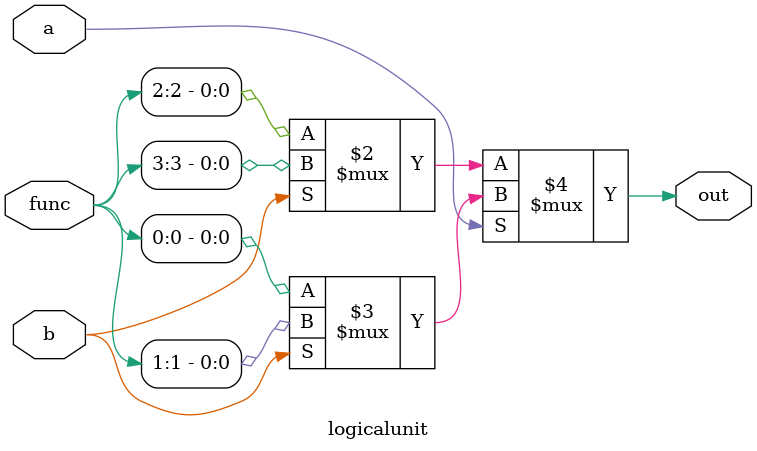
<source format=v>

`timescale 1ns / 100ps

module logicalunit(
    input a,
    input b,
    input [3:0] func,
    output out
    );
    
    wire   out;
         
      //Todo: add you logic here
	
	assign out= ~ a ? (b ? func[3] : func[2]) : (b ? func[1] : func[0]);
	

endmodule

</source>
